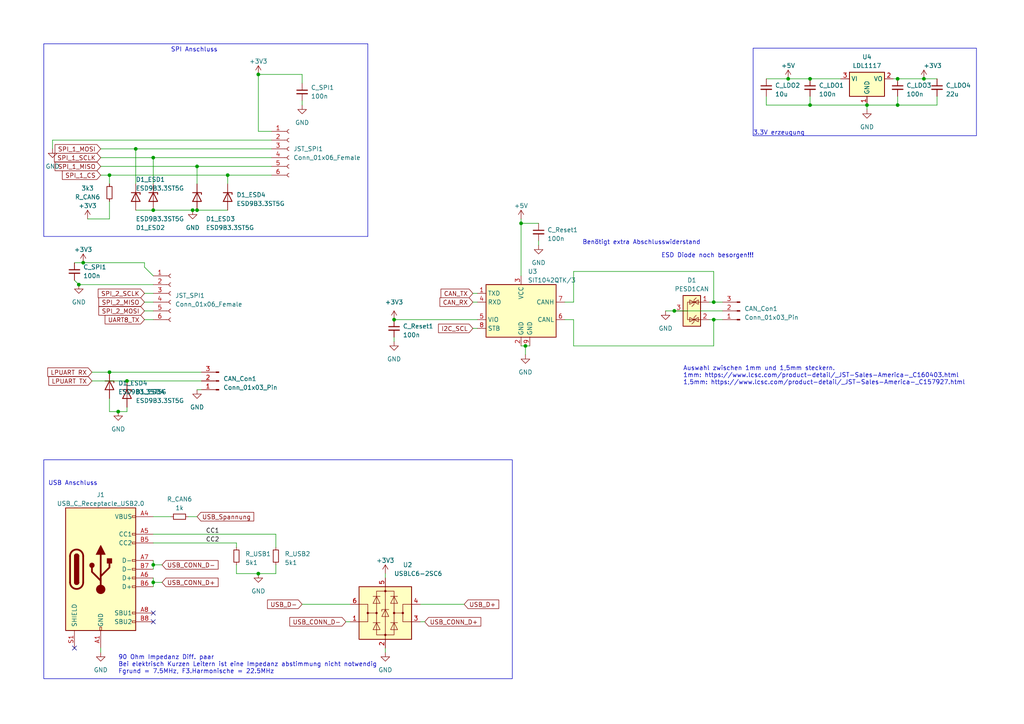
<source format=kicad_sch>
(kicad_sch (version 20230121) (generator eeschema)
  (paper "A4")
  (lib_symbols
    (symbol "Connector:Conn_01x03_Pin" (pin_names (offset 1.016) hide)
      (property "Reference" "J" (at 0 5.08 0))
      (property "Value" "Conn_01x03_Pin" (at 0 -5.08 0))
      (symbol "Conn_01x03_Pin_1_1"
        (polyline (pts (xy 1.27 -2.54) (xy 0.8636 -2.54)) (stroke (width 0.1524)))
        (polyline (pts (xy 1.27 0) (xy 0.8636 0)) (stroke (width 0.1524)))
        (polyline (pts (xy 1.27 2.54) (xy 0.8636 2.54)) (stroke (width 0.1524)))
        (rectangle (start 0.8636 -2.413) (end 0 -2.667) (stroke (width 0.1524)) (fill (type outline)))
        (rectangle (start 0.8636 0.127) (end 0 -0.127) (stroke (width 0.1524)) (fill (type outline)))
        (rectangle (start 0.8636 2.667) (end 0 2.413) (stroke (width 0.1524)) (fill (type outline)))
        (pin passive line (at 5.08 2.54 180) (length 3.81) (name "Pin_1") (number "1"))
        (pin passive line (at 5.08 0 180) (length 3.81) (name "Pin_2") (number "2"))
        (pin passive line (at 5.08 -2.54 180) (length 3.81) (name "Pin_3") (number "3"))
      )
    )
    (symbol "Connector:Conn_01x06_Female" (pin_names (offset 1.016) hide)
      (property "Reference" "J" (at 0 7.62 0))
      (property "Value" "Conn_01x06_Female" (at 0 -10.16 0))
      (symbol "Conn_01x06_Female_1_1"
        (arc (start 0 -7.112) (mid -0.5058 -7.62) (end 0 -8.128) (stroke (width 0.1524)))
        (arc (start 0 -4.572) (mid -0.5058 -5.08) (end 0 -5.588) (stroke (width 0.1524)))
        (arc (start 0 -2.032) (mid -0.5058 -2.54) (end 0 -3.048) (stroke (width 0.1524)))
        (polyline (pts (xy -1.27 -7.62) (xy -0.508 -7.62)) (stroke (width 0.1524)))
        (polyline (pts (xy -1.27 -5.08) (xy -0.508 -5.08)) (stroke (width 0.1524)))
        (polyline (pts (xy -1.27 -2.54) (xy -0.508 -2.54)) (stroke (width 0.1524)))
        (polyline (pts (xy -1.27 0) (xy -0.508 0)) (stroke (width 0.1524)))
        (polyline (pts (xy -1.27 2.54) (xy -0.508 2.54)) (stroke (width 0.1524)))
        (polyline (pts (xy -1.27 5.08) (xy -0.508 5.08)) (stroke (width 0.1524)))
        (arc (start 0 0.508) (mid -0.5058 0) (end 0 -0.508) (stroke (width 0.1524)))
        (arc (start 0 3.048) (mid -0.5058 2.54) (end 0 2.032) (stroke (width 0.1524)))
        (arc (start 0 5.588) (mid -0.5058 5.08) (end 0 4.572) (stroke (width 0.1524)))
        (pin passive line (at -5.08 5.08 0) (length 3.81) (name "Pin_1") (number "1"))
        (pin passive line (at -5.08 2.54 0) (length 3.81) (name "Pin_2") (number "2"))
        (pin passive line (at -5.08 0 0) (length 3.81) (name "Pin_3") (number "3"))
        (pin passive line (at -5.08 -2.54 0) (length 3.81) (name "Pin_4") (number "4"))
        (pin passive line (at -5.08 -5.08 0) (length 3.81) (name "Pin_5") (number "5"))
        (pin passive line (at -5.08 -7.62 0) (length 3.81) (name "Pin_6") (number "6"))
      )
    )
    (symbol "Connector:USB_C_Receptacle_USB2.0" (pin_names (offset 1.016))
      (property "Reference" "J" (at -10.16 19.05 0))
      (property "Value" "USB_C_Receptacle_USB2.0" (at 19.05 19.05 0))
      (symbol "USB_C_Receptacle_USB2.0_0_0"
        (rectangle (start -0.254 -17.78) (end 0.254 -16.764))
        (rectangle (start 10.16 -14.986) (end 9.144 -15.494))
        (rectangle (start 10.16 -12.446) (end 9.144 -12.954))
        (rectangle (start 10.16 -4.826) (end 9.144 -5.334))
        (rectangle (start 10.16 -2.286) (end 9.144 -2.794))
        (rectangle (start 10.16 0.254) (end 9.144 -0.254))
        (rectangle (start 10.16 2.794) (end 9.144 2.286))
        (rectangle (start 10.16 7.874) (end 9.144 7.366))
        (rectangle (start 10.16 10.414) (end 9.144 9.906))
        (rectangle (start 10.16 15.494) (end 9.144 14.986))
      )
      (symbol "USB_C_Receptacle_USB2.0_0_1"
        (rectangle (start -10.16 17.78) (end 10.16 -17.78) (stroke (width 0.254)) (fill (type background)))
        (arc (start -8.89 -3.81) (mid -6.985 -5.7067) (end -5.08 -3.81) (stroke (width 0.508)))
        (arc (start -7.62 -3.81) (mid -6.985 -4.4423) (end -6.35 -3.81) (stroke (width 0.254)))
        (arc (start -7.62 -3.81) (mid -6.985 -4.4423) (end -6.35 -3.81) (stroke (width 0.254)) (fill (type outline)))
        (rectangle (start -7.62 -3.81) (end -6.35 3.81) (stroke (width 0.254)) (fill (type outline)))
        (arc (start -6.35 3.81) (mid -6.985 4.4423) (end -7.62 3.81) (stroke (width 0.254)))
        (arc (start -6.35 3.81) (mid -6.985 4.4423) (end -7.62 3.81) (stroke (width 0.254)) (fill (type outline)))
        (arc (start -5.08 3.81) (mid -6.985 5.7067) (end -8.89 3.81) (stroke (width 0.508)))
        (circle (center -2.54 1.143) (radius 0.635) (stroke (width 0.254)) (fill (type outline)))
        (circle (center 0 -5.842) (radius 1.27) (fill (type outline)))
        (polyline (pts (xy -8.89 -3.81) (xy -8.89 3.81)) (stroke (width 0.508)))
        (polyline (pts (xy -5.08 3.81) (xy -5.08 -3.81)) (stroke (width 0.508)))
        (polyline (pts (xy 0 -5.842) (xy 0 4.318)) (stroke (width 0.508)))
        (polyline (pts (xy 0 -3.302) (xy -2.54 -0.762) (xy -2.54 0.508)) (stroke (width 0.508)))
        (polyline (pts (xy 0 -2.032) (xy 2.54 0.508) (xy 2.54 1.778)) (stroke (width 0.508)))
        (polyline (pts (xy -1.27 4.318) (xy 0 6.858) (xy 1.27 4.318) (xy -1.27 4.318)) (stroke (width 0.254)) (fill (type outline)))
        (rectangle (start 1.905 1.778) (end 3.175 3.048) (stroke (width 0.254)) (fill (type outline)))
      )
      (symbol "USB_C_Receptacle_USB2.0_1_1"
        (pin passive line (at 0 -22.86 90) (length 5.08) (name "GND") (number "A1"))
        (pin passive line (at 0 -22.86 90) (length 5.08) hide (name "GND") (number "A12"))
        (pin passive line (at 15.24 15.24 180) (length 5.08) (name "VBUS") (number "A4"))
        (pin bidirectional line (at 15.24 10.16 180) (length 5.08) (name "CC1") (number "A5"))
        (pin bidirectional line (at 15.24 -2.54 180) (length 5.08) (name "D+") (number "A6"))
        (pin bidirectional line (at 15.24 2.54 180) (length 5.08) (name "D-") (number "A7"))
        (pin bidirectional line (at 15.24 -12.7 180) (length 5.08) (name "SBU1") (number "A8"))
        (pin passive line (at 15.24 15.24 180) (length 5.08) hide (name "VBUS") (number "A9"))
        (pin passive line (at 0 -22.86 90) (length 5.08) hide (name "GND") (number "B1"))
        (pin passive line (at 0 -22.86 90) (length 5.08) hide (name "GND") (number "B12"))
        (pin passive line (at 15.24 15.24 180) (length 5.08) hide (name "VBUS") (number "B4"))
        (pin bidirectional line (at 15.24 7.62 180) (length 5.08) (name "CC2") (number "B5"))
        (pin bidirectional line (at 15.24 -5.08 180) (length 5.08) (name "D+") (number "B6"))
        (pin bidirectional line (at 15.24 0 180) (length 5.08) (name "D-") (number "B7"))
        (pin bidirectional line (at 15.24 -15.24 180) (length 5.08) (name "SBU2") (number "B8"))
        (pin passive line (at 15.24 15.24 180) (length 5.08) hide (name "VBUS") (number "B9"))
        (pin passive line (at -7.62 -22.86 90) (length 5.08) (name "SHIELD") (number "S1"))
      )
    )
    (symbol "Device:C_Small" (pin_numbers hide) (pin_names (offset 0.254) hide)
      (property "Reference" "C" (at 0.254 1.778 0))
      (property "Value" "C_Small" (at 0.254 -2.032 0))
      (symbol "C_Small_0_1"
        (polyline (pts (xy -1.524 -0.508) (xy 1.524 -0.508)) (stroke (width 0.3302)))
        (polyline (pts (xy -1.524 0.508) (xy 1.524 0.508)) (stroke (width 0.3048)))
      )
      (symbol "C_Small_1_1"
        (pin passive line (at 0 2.54 270) (length 2.032) (name "~") (number "1"))
        (pin passive line (at 0 -2.54 90) (length 2.032) (name "~") (number "2"))
      )
    )
    (symbol "Device:D_Zener" (pin_numbers hide) (pin_names (offset 1.016) hide)
      (property "Reference" "D" (at 0 2.54 0))
      (property "Value" "D_Zener" (at 0 -2.54 0))
      (symbol "D_Zener_0_1"
        (polyline (pts (xy 1.27 0) (xy -1.27 0)))
        (polyline (pts (xy -1.27 -1.27) (xy -1.27 1.27) (xy -0.762 1.27)) (stroke (width 0.254)))
        (polyline (pts (xy 1.27 -1.27) (xy 1.27 1.27) (xy -1.27 0) (xy 1.27 -1.27)) (stroke (width 0.254)))
      )
      (symbol "D_Zener_1_1"
        (pin passive line (at -3.81 0 0) (length 2.54) (name "K") (number "1"))
        (pin passive line (at 3.81 0 180) (length 2.54) (name "A") (number "2"))
      )
    )
    (symbol "Device:R_Small" (pin_numbers hide) (pin_names (offset 0.254) hide)
      (property "Reference" "R" (at 0.762 0.508 0))
      (property "Value" "R_Small" (at 0.762 -1.016 0))
      (symbol "R_Small_0_1"
        (rectangle (start -0.762 1.778) (end 0.762 -1.778) (stroke (width 0.2032)))
      )
      (symbol "R_Small_1_1"
        (pin passive line (at 0 2.54 270) (length 0.762) (name "~") (number "1"))
        (pin passive line (at 0 -2.54 90) (length 0.762) (name "~") (number "2"))
      )
    )
    (symbol "Interface_CAN_LIN:TJA1042TK-3"
      (property "Reference" "U" (at -10.16 8.89 0))
      (property "Value" "TJA1042TK-3" (at 1.27 8.89 0))
      (symbol "TJA1042TK-3_0_1"
        (rectangle (start -10.16 7.62) (end 10.16 -7.62) (stroke (width 0.254)) (fill (type background)))
      )
      (symbol "TJA1042TK-3_1_1"
        (pin input line (at -12.7 5.08 0) (length 2.54) (name "TXD") (number "1"))
        (pin power_in line (at 0 -10.16 90) (length 2.54) (name "GND") (number "2"))
        (pin power_in line (at 0 10.16 270) (length 2.54) (name "VCC") (number "3"))
        (pin output line (at -12.7 2.54 0) (length 2.54) (name "RXD") (number "4"))
        (pin power_in line (at -12.7 -2.54 0) (length 2.54) (name "VIO") (number "5"))
        (pin bidirectional line (at 12.7 -2.54 180) (length 2.54) (name "CANL") (number "6"))
        (pin bidirectional line (at 12.7 2.54 180) (length 2.54) (name "CANH") (number "7"))
        (pin input line (at -12.7 -5.08 0) (length 2.54) (name "STB") (number "8"))
        (pin power_in line (at 2.54 -10.16 90) (length 2.54) (name "GND") (number "9"))
      )
    )
    (symbol "Power_Protection:NUP2105L" (pin_names hide)
      (property "Reference" "D" (at 5.715 2.54 0))
      (property "Value" "NUP2105L" (at 5.715 0.635 0))
      (symbol "NUP2105L_0_0"
        (pin passive line (at 0 -5.08 90) (length 2.54) (name "A") (number "3"))
      )
      (symbol "NUP2105L_0_1"
        (rectangle (start -4.445 2.54) (end 4.445 -2.54) (stroke (width 0.254)) (fill (type background)))
        (polyline (pts (xy -2.54 2.54) (xy -2.54 0.635)))
        (polyline (pts (xy 0 -1.27) (xy 0 -2.54)))
        (polyline (pts (xy 2.54 2.54) (xy 2.54 0.635)))
        (polyline (pts (xy -3.81 1.27) (xy -3.175 0.635) (xy -1.905 0.635) (xy -1.27 0)))
        (polyline (pts (xy -2.54 0.635) (xy -2.54 -1.27) (xy 2.54 -1.27) (xy 2.54 0.635)))
        (polyline (pts (xy -2.54 0.635) (xy -1.905 -0.635) (xy -3.175 -0.635) (xy -2.54 0.635)))
        (polyline (pts (xy 2.54 0.635) (xy 1.905 -0.635) (xy 3.175 -0.635) (xy 2.54 0.635)))
        (polyline (pts (xy 2.54 0.635) (xy 3.175 1.905) (xy 1.905 1.905) (xy 2.54 0.635)))
        (polyline (pts (xy -2.54 0.635) (xy -3.175 1.905) (xy -1.905 1.905) (xy -2.54 0.635) (xy -2.54 1.27)))
        (polyline (pts (xy 1.27 1.27) (xy 1.905 0.635) (xy 2.54 0.635) (xy 3.175 0.635) (xy 3.81 0)))
      )
      (symbol "NUP2105L_1_1"
        (pin passive line (at -2.54 5.08 270) (length 2.54) (name "K") (number "1"))
        (pin passive line (at 2.54 5.08 270) (length 2.54) (name "K") (number "2"))
      )
    )
    (symbol "Power_Protection:USBLC6-2SC6" (pin_names hide)
      (property "Reference" "U" (at 2.54 8.89 0))
      (property "Value" "USBLC6-2SC6" (at 2.54 -8.89 0))
      (symbol "USBLC6-2SC6_0_1"
        (rectangle (start -7.62 -7.62) (end 7.62 7.62) (stroke (width 0.254)) (fill (type background)))
        (circle (center -5.08 0) (radius 0.254) (fill (type outline)))
        (circle (center -2.54 0) (radius 0.254) (fill (type outline)))
        (rectangle (start -2.54 6.35) (end 2.54 -6.35))
        (circle (center 0 -6.35) (radius 0.254) (fill (type outline)))
        (polyline (pts (xy -5.08 -2.54) (xy -7.62 -2.54)))
        (polyline (pts (xy -5.08 0) (xy -5.08 -2.54)))
        (polyline (pts (xy -5.08 2.54) (xy -7.62 2.54)))
        (polyline (pts (xy -1.524 -2.794) (xy -3.556 -2.794)))
        (polyline (pts (xy -1.524 4.826) (xy -3.556 4.826)))
        (polyline (pts (xy 0 -7.62) (xy 0 -6.35)))
        (polyline (pts (xy 0 -6.35) (xy 0 1.27)))
        (polyline (pts (xy 0 1.27) (xy 0 6.35)))
        (polyline (pts (xy 0 6.35) (xy 0 7.62)))
        (polyline (pts (xy 1.524 -2.794) (xy 3.556 -2.794)))
        (polyline (pts (xy 1.524 4.826) (xy 3.556 4.826)))
        (polyline (pts (xy 5.08 -2.54) (xy 7.62 -2.54)))
        (polyline (pts (xy 5.08 0) (xy 5.08 -2.54)))
        (polyline (pts (xy 5.08 2.54) (xy 7.62 2.54)))
        (polyline (pts (xy -2.54 0) (xy -5.08 0) (xy -5.08 2.54)))
        (polyline (pts (xy 2.54 0) (xy 5.08 0) (xy 5.08 2.54)))
        (polyline (pts (xy -3.556 -4.826) (xy -1.524 -4.826) (xy -2.54 -2.794) (xy -3.556 -4.826)))
        (polyline (pts (xy -3.556 2.794) (xy -1.524 2.794) (xy -2.54 4.826) (xy -3.556 2.794)))
        (polyline (pts (xy -1.016 -1.016) (xy 1.016 -1.016) (xy 0 1.016) (xy -1.016 -1.016)))
        (polyline (pts (xy 1.016 1.016) (xy 0.762 1.016) (xy -1.016 1.016) (xy -1.016 0.508)))
        (polyline (pts (xy 3.556 -4.826) (xy 1.524 -4.826) (xy 2.54 -2.794) (xy 3.556 -4.826)))
        (polyline (pts (xy 3.556 2.794) (xy 1.524 2.794) (xy 2.54 4.826) (xy 3.556 2.794)))
        (circle (center 0 6.35) (radius 0.254) (fill (type outline)))
        (circle (center 2.54 0) (radius 0.254) (fill (type outline)))
        (circle (center 5.08 0) (radius 0.254) (fill (type outline)))
      )
      (symbol "USBLC6-2SC6_1_1"
        (pin passive line (at -10.16 -2.54 0) (length 2.54) (name "I/O1") (number "1"))
        (pin passive line (at 0 -10.16 90) (length 2.54) (name "GND") (number "2"))
        (pin passive line (at 10.16 -2.54 180) (length 2.54) (name "I/O2") (number "3"))
        (pin passive line (at 10.16 2.54 180) (length 2.54) (name "I/O2") (number "4"))
        (pin passive line (at 0 10.16 270) (length 2.54) (name "VBUS") (number "5"))
        (pin passive line (at -10.16 2.54 0) (length 2.54) (name "I/O1") (number "6"))
      )
    )
    (symbol "Regulator_Linear:AMS1117-3.3"
      (property "Reference" "U" (at -3.81 3.175 0))
      (property "Value" "AMS1117-3.3" (at 0 3.175 0))
      (symbol "AMS1117-3.3_0_1"
        (rectangle (start -5.08 -5.08) (end 5.08 1.905) (stroke (width 0.254)) (fill (type background)))
      )
      (symbol "AMS1117-3.3_1_1"
        (pin power_in line (at 0 -7.62 90) (length 2.54) (name "GND") (number "1"))
        (pin power_out line (at 7.62 0 180) (length 2.54) (name "VO") (number "2"))
        (pin power_in line (at -7.62 0 0) (length 2.54) (name "VI") (number "3"))
      )
    )
    (symbol "power:+3.3V" (power) (pin_names (offset 0))
      (property "Value" "+3.3V" (at 0 3.556 0))
      (symbol "+3.3V_0_1"
        (polyline (pts (xy -0.762 1.27) (xy 0 2.54)))
        (polyline (pts (xy 0 0) (xy 0 2.54)))
        (polyline (pts (xy 0 2.54) (xy 0.762 1.27)))
      )
      (symbol "+3.3V_1_1"
        (pin power_in line (at 0 0 90) (length 0) hide (name "+3V3") (number "1"))
      )
    )
    (symbol "power:+5V" (power) (pin_names (offset 0))
      (property "Value" "+5V" (at 0 3.556 0))
      (symbol "+5V_0_1"
        (polyline (pts (xy -0.762 1.27) (xy 0 2.54)))
        (polyline (pts (xy 0 0) (xy 0 2.54)))
        (polyline (pts (xy 0 2.54) (xy 0.762 1.27)))
      )
      (symbol "+5V_1_1"
        (pin power_in line (at 0 0 90) (length 0) hide (name "+5V") (number "1"))
      )
    )
    (symbol "power:GND" (power) (pin_names (offset 0))
      (property "Value" "GND" (at 0 -3.81 0))
      (symbol "GND_0_1"
        (polyline (pts (xy 0 0) (xy 0 -1.27) (xy 1.27 -1.27) (xy 0 -2.54) (xy -1.27 -1.27) (xy 0 -1.27)))
      )
      (symbol "GND_1_1"
        (pin power_in line (at 0 0 270) (length 0) hide (name "GND") (number "1"))
      )
    )
  )
  (junction (at 66.04 50.8))
  (junction (at 44.45 163.83))
  (junction (at 251.46 30.48))
  (junction (at 31.75 50.8))
  (junction (at 114.3 92.71))
  (junction (at 55.88 60.96))
  (junction (at 195.58 90.17))
  (junction (at 57.15 48.26))
  (junction (at 22.86 82.55))
  (junction (at 234.95 30.48))
  (junction (at 151.13 64.77))
  (junction (at 74.93 166.37))
  (junction (at 152.4 100.33))
  (junction (at 260.35 22.86))
  (junction (at 34.29 119.38))
  (junction (at 260.35 30.48))
  (junction (at 36.83 110.49))
  (junction (at 234.95 22.86))
  (junction (at 44.45 60.96))
  (junction (at 39.37 43.18))
  (junction (at 44.45 168.91))
  (junction (at 24.13 76.2))
  (junction (at 267.97 22.86))
  (junction (at 207.01 92.71))
  (junction (at 228.6 22.86))
  (junction (at 207.01 87.63))
  (junction (at 74.93 21.59))
  (junction (at 31.75 107.95))
  (junction (at 44.45 45.72))
  (junction (at 57.15 60.96))
  (no_connect (at 44.45 177.8))
  (no_connect (at 44.45 180.34))
  (no_connect (at 21.59 187.96))
  (wire (pts (xy 207.01 92.71) (xy 207.01 100.33)))
  (wire (pts (xy 29.21 187.96) (xy 29.21 189.23)))
  (wire (pts (xy 80.01 163.83) (xy 80.01 166.37)))
  (wire (pts (xy 44.45 167.64) (xy 44.45 168.91)))
  (wire (pts (xy 222.25 30.48) (xy 234.95 30.48)))
  (wire (pts (xy 68.58 157.48) (xy 68.58 158.75)))
  (wire (pts (xy 100.33 180.34) (xy 101.6 180.34)))
  (wire (pts (xy 44.45 45.72) (xy 44.45 53.34)))
  (wire (pts (xy 152.4 102.87) (xy 152.4 100.33)))
  (wire (pts (xy 44.45 163.83) (xy 46.99 163.83)))
  (wire (pts (xy 137.16 85.09) (xy 138.43 85.09)))
  (wire (pts (xy 195.58 90.17) (xy 209.55 90.17)))
  (wire (pts (xy 44.45 82.55) (xy 22.86 82.55)))
  (wire (pts (xy 41.91 77.47) (xy 44.45 80.01)))
  (wire (pts (xy 87.63 30.48) (xy 87.63 29.21)))
  (wire (pts (xy 166.37 78.74) (xy 207.01 78.74)))
  (wire (pts (xy 29.21 43.18) (xy 39.37 43.18)))
  (wire (pts (xy 31.75 115.57) (xy 31.75 119.38)))
  (wire (pts (xy 234.95 30.48) (xy 251.46 30.48)))
  (wire (pts (xy 68.58 163.83) (xy 68.58 166.37)))
  (wire (pts (xy 260.35 27.94) (xy 260.35 30.48)))
  (wire (pts (xy 156.21 69.85) (xy 156.21 71.12)))
  (wire (pts (xy 31.75 119.38) (xy 34.29 119.38)))
  (wire (pts (xy 111.76 166.37) (xy 111.76 167.64)))
  (wire (pts (xy 151.13 64.77) (xy 151.13 80.01)))
  (wire (pts (xy 207.01 87.63) (xy 207.01 78.74)))
  (wire (pts (xy 36.83 118.11) (xy 36.83 119.38)))
  (wire (pts (xy 31.75 50.8) (xy 31.75 53.34)))
  (wire (pts (xy 87.63 21.59) (xy 87.63 24.13)))
  (wire (pts (xy 205.74 87.63) (xy 207.01 87.63)))
  (wire (pts (xy 57.15 60.96) (xy 66.04 60.96)))
  (wire (pts (xy 151.13 63.5) (xy 151.13 64.77)))
  (wire (pts (xy 207.01 87.63) (xy 209.55 87.63)))
  (wire (pts (xy 57.15 48.26) (xy 57.15 53.34)))
  (wire (pts (xy 31.75 58.42) (xy 31.75 63.5)))
  (wire (pts (xy 207.01 92.71) (xy 209.55 92.71)))
  (wire (pts (xy 31.75 107.95) (xy 58.42 107.95)))
  (polyline (pts (xy 12.7 68.58) (xy 106.68 68.58)))
  (wire (pts (xy 54.61 149.86) (xy 57.15 149.86)))
  (wire (pts (xy 114.3 92.71) (xy 138.43 92.71)))
  (wire (pts (xy 31.75 50.8) (xy 66.04 50.8)))
  (wire (pts (xy 44.45 157.48) (xy 68.58 157.48)))
  (wire (pts (xy 74.93 21.59) (xy 87.63 21.59)))
  (wire (pts (xy 41.91 92.71) (xy 44.45 92.71)))
  (wire (pts (xy 152.4 100.33) (xy 153.67 100.33)))
  (wire (pts (xy 44.45 60.96) (xy 55.88 60.96)))
  (wire (pts (xy 41.91 90.17) (xy 44.45 90.17)))
  (wire (pts (xy 267.97 22.86) (xy 271.78 22.86)))
  (wire (pts (xy 137.16 95.25) (xy 138.43 95.25)))
  (wire (pts (xy 205.74 92.71) (xy 207.01 92.71)))
  (wire (pts (xy 152.4 100.33) (xy 151.13 100.33)))
  (wire (pts (xy 137.16 87.63) (xy 138.43 87.63)))
  (wire (pts (xy 66.04 50.8) (xy 66.04 53.34)))
  (wire (pts (xy 41.91 87.63) (xy 44.45 87.63)))
  (wire (pts (xy 166.37 100.33) (xy 207.01 100.33)))
  (wire (pts (xy 24.13 76.2) (xy 41.91 76.2)))
  (wire (pts (xy 80.01 154.94) (xy 80.01 158.75)))
  (wire (pts (xy 41.91 85.09) (xy 44.45 85.09)))
  (wire (pts (xy 29.21 45.72) (xy 44.45 45.72)))
  (wire (pts (xy 22.86 82.55) (xy 21.59 81.28)))
  (wire (pts (xy 234.95 22.86) (xy 243.84 22.86)))
  (wire (pts (xy 55.88 60.96) (xy 57.15 60.96)))
  (wire (pts (xy 114.3 97.79) (xy 114.3 99.06)))
  (wire (pts (xy 21.59 76.2) (xy 24.13 76.2)))
  (wire (pts (xy 41.91 76.2) (xy 41.91 77.47)))
  (wire (pts (xy 44.45 168.91) (xy 46.99 168.91)))
  (wire (pts (xy 166.37 100.33) (xy 166.37 92.71)))
  (wire (pts (xy 39.37 43.18) (xy 39.37 53.34)))
  (wire (pts (xy 44.45 168.91) (xy 44.45 170.18)))
  (wire (pts (xy 74.93 38.1) (xy 74.93 21.59)))
  (wire (pts (xy 166.37 78.74) (xy 166.37 87.63)))
  (wire (pts (xy 57.15 113.03) (xy 58.42 113.03)))
  (wire (pts (xy 26.67 110.49) (xy 36.83 110.49)))
  (wire (pts (xy 29.21 50.8) (xy 31.75 50.8)))
  (wire (pts (xy 260.35 22.86) (xy 267.97 22.86)))
  (wire (pts (xy 44.45 163.83) (xy 44.45 165.1)))
  (wire (pts (xy 66.04 50.8) (xy 78.74 50.8)))
  (wire (pts (xy 26.67 107.95) (xy 31.75 107.95)))
  (wire (pts (xy 151.13 64.77) (xy 156.21 64.77)))
  (wire (pts (xy 68.58 166.37) (xy 74.93 166.37)))
  (wire (pts (xy 121.92 175.26) (xy 134.62 175.26)))
  (wire (pts (xy 15.24 40.64) (xy 15.24 43.18)))
  (wire (pts (xy 271.78 27.94) (xy 271.78 30.48)))
  (wire (pts (xy 15.24 40.64) (xy 78.74 40.64)))
  (polyline (pts (xy 106.68 12.7) (xy 106.68 68.58)))
  (wire (pts (xy 80.01 166.37) (xy 74.93 166.37)))
  (wire (pts (xy 78.74 38.1) (xy 74.93 38.1)))
  (polyline (pts (xy 106.68 12.7) (xy 12.7 12.7)))
  (wire (pts (xy 222.25 22.86) (xy 228.6 22.86)))
  (wire (pts (xy 39.37 60.96) (xy 44.45 60.96)))
  (wire (pts (xy 44.45 162.56) (xy 44.45 163.83)))
  (wire (pts (xy 163.83 92.71) (xy 166.37 92.71)))
  (wire (pts (xy 271.78 30.48) (xy 260.35 30.48)))
  (wire (pts (xy 29.21 48.26) (xy 57.15 48.26)))
  (wire (pts (xy 222.25 27.94) (xy 222.25 30.48)))
  (wire (pts (xy 44.45 154.94) (xy 80.01 154.94)))
  (wire (pts (xy 111.76 187.96) (xy 111.76 189.23)))
  (wire (pts (xy 44.45 149.86) (xy 49.53 149.86)))
  (wire (pts (xy 25.4 63.5) (xy 31.75 63.5)))
  (wire (pts (xy 234.95 27.94) (xy 234.95 30.48)))
  (wire (pts (xy 44.45 45.72) (xy 78.74 45.72)))
  (wire (pts (xy 121.92 180.34) (xy 123.19 180.34)))
  (wire (pts (xy 57.15 48.26) (xy 78.74 48.26)))
  (wire (pts (xy 87.63 175.26) (xy 101.6 175.26)))
  (polyline (pts (xy 12.7 12.7) (xy 12.7 68.58)))
  (wire (pts (xy 39.37 43.18) (xy 78.74 43.18)))
  (wire (pts (xy 259.08 22.86) (xy 260.35 22.86)))
  (wire (pts (xy 34.29 119.38) (xy 36.83 119.38)))
  (wire (pts (xy 163.83 87.63) (xy 166.37 87.63)))
  (wire (pts (xy 36.83 110.49) (xy 58.42 110.49)))
  (wire (pts (xy 228.6 22.86) (xy 234.95 22.86)))
  (wire (pts (xy 251.46 30.48) (xy 260.35 30.48)))
  (wire (pts (xy 251.46 30.48) (xy 251.46 31.75)))
  (wire (pts (xy 193.04 90.17) (xy 195.58 90.17)))
  (rectangle (start 12.7 133.35) (end 148.59 196.85))
  (rectangle (start 218.44 13.97) (end 283.21 39.37))
  (text "SPI Anschluss\n" (at 49.53 15.24 0) (effects (font (size 1.27 1.27)) (justify left bottom)))
  (text "Auswahl zwischen 1mm und 1,5mm steckern.\n1mm: https://www.lcsc.com/product-detail/_JST-Sales-America-_C160403.html\n1,5mm: https://www.lcsc.com/product-detail/_JST-Sales-America-_C157927.html" (at 198.12 111.76 0) (effects (font (size 1.27 1.27)) (justify left bottom)))
  (text "90 Ohm Impedanz Diff. paar\nBei elektrisch Kurzen Leitern ist eine Impedanz abstimmung nicht notwendig\nFgrund = 7.5MHz, F3.Harmonische = 22.5MHz" (at 34.29 195.58 0) (effects (font (size 1.27 1.27)) (justify left bottom)))
  (text "USB Anschluss" (at 13.97 140.97 0) (effects (font (size 1.27 1.27)) (justify left bottom)))
  (text "Benötigt extra Abschlusswiderstand" (at 168.91 71.12 0) (effects (font (size 1.27 1.27)) (justify left bottom)))
  (text "3.3V erzeugung" (at 218.44 39.37 0) (effects (font (size 1.27 1.27)) (justify left bottom)))
  (text "ESD Diode noch besorgen!!!" (at 191.77 74.93 0) (effects (font (size 1.27 1.27)) (justify left bottom)))
  (label "CC1" (at 59.69 154.94 0))
  (label "CC2" (at 59.69 157.48 0))
  (global_label "UART8_TX" (shape input) (at 41.91 92.71 180) (property "Intersheetrefs" "${INTERSHEET_REFS}" (effects hide)))
  (global_label "USB_D+" (shape input) (at 134.62 175.26 0) (property "Intersheetrefs" "${INTERSHEET_REFS}" (effects hide)))
  (global_label "USB_CONN_D-" (shape input) (at 46.99 163.83 0) (property "Intersheetrefs" "${INTERSHEET_REFS}" (effects hide)))
  (global_label "I2C_SCL" (shape input) (at 137.16 95.25 180) (property "Intersheetrefs" "${INTERSHEET_REFS}" (effects hide)))
  (global_label "SPI_2_MISO" (shape input) (at 41.91 87.63 180) (property "Intersheetrefs" "${INTERSHEET_REFS}" (effects hide)))
  (global_label "SPI_2_SCLK" (shape input) (at 41.91 85.09 180) (property "Intersheetrefs" "${INTERSHEET_REFS}" (effects hide)))
  (global_label "USB_CONN_D+" (shape input) (at 123.19 180.34 0) (property "Intersheetrefs" "${INTERSHEET_REFS}" (effects hide)))
  (global_label "CAN_TX" (shape input) (at 137.16 85.09 180) (property "Intersheetrefs" "${INTERSHEET_REFS}" (effects hide)))
  (global_label "LPUART RX" (shape input) (at 26.67 107.95 180) (property "Intersheetrefs" "${INTERSHEET_REFS}" (effects hide)))
  (global_label "SPI_1_SCLK" (shape input) (at 29.21 45.72 180) (property "Intersheetrefs" "${INTERSHEET_REFS}" (effects hide)))
  (global_label "USB_CONN_D-" (shape input) (at 100.33 180.34 180) (property "Intersheetrefs" "${INTERSHEET_REFS}" (effects hide)))
  (global_label "SPI_2_MOSI" (shape input) (at 41.91 90.17 180) (property "Intersheetrefs" "${INTERSHEET_REFS}" (effects hide)))
  (global_label "LPUART TX" (shape input) (at 26.67 110.49 180) (property "Intersheetrefs" "${INTERSHEET_REFS}" (effects hide)))
  (global_label "SPI_1_MISO" (shape input) (at 29.21 48.26 180) (property "Intersheetrefs" "${INTERSHEET_REFS}" (effects hide)))
  (global_label "USB_CONN_D+" (shape input) (at 46.99 168.91 0) (property "Intersheetrefs" "${INTERSHEET_REFS}" (effects hide)))
  (global_label "USB_Spannung" (shape input) (at 57.15 149.86 0) (property "Intersheetrefs" "${INTERSHEET_REFS}" (effects hide)))
  (global_label "CAN_RX" (shape input) (at 137.16 87.63 180) (property "Intersheetrefs" "${INTERSHEET_REFS}" (effects hide)))
  (global_label "USB_D-" (shape input) (at 87.63 175.26 180) (property "Intersheetrefs" "${INTERSHEET_REFS}" (effects hide)))
  (global_label "SPI_1_CS" (shape input) (at 29.21 50.8 180) (property "Intersheetrefs" "${INTERSHEET_REFS}" (effects hide)))
  (global_label "SPI_1_MOSI" (shape input) (at 29.21 43.18 180) (property "Intersheetrefs" "${INTERSHEET_REFS}" (effects hide)))
  (symbol (lib_id "power:+3.3V") (at 267.97 22.86 0) (unit 1)
    (property "Reference" "#PWR040" (effects hide))
    (property "Value" "+3.3V" (at 270.51 19.05 0))
    (instances (project "USB_CAN" (path "" (reference "#PWR040") (unit 1))) (project "UNI_Projekt" (path "" (reference "#PWR024") (unit 1))) (project "Servo_Steuerung" (path "" (reference "#PWR028") (unit 1)) (path "" (reference "#PWR028") (unit 1))) (project "Leistungsteil" (path "" (reference "#PWR039") (unit 1))))
  )
  (symbol (lib_id "power:GND") (at 34.29 119.38 0) (unit 1)
    (property "Reference" "#PWR014" (effects hide))
    (property "Value" "GND" (at 34.29 124.46 0))
    (instances (project "USB_CAN" (path "" (reference "#PWR014") (unit 1)) (path "" (reference "#PWR014") (unit 1))) (project "UNI_Projekt" (path "" (reference "#PWR06") (unit 1))) (project "Servo_Steuerung" (path "" (reference "#PWR060") (unit 1)) (path "" (reference "#PWR03") (unit 1)) (path "" (reference "#PWR048") (unit 1))) (project "Leistungsteil" (path "" (reference "#PWR070") (unit 1))))
  )
  (symbol (lib_id "Device:D_Zener") (at 39.37 57.15 270) (unit 1)
    (property "Reference" "D1_ESD1" (at 39.37 52.07 90) (effects (justify left)))
    (property "Value" "ESD9B3.3ST5G" (at 39.37 54.61 90) (effects (justify left)))
    (property "Footprint" "Diode_SMD:D_SOD-923" (effects hide))
    (instances (project "USB_CAN" (path "" (reference "D1_ESD1") (unit 1)) (path "" (reference "D1_ESD1") (unit 1))) (project "UNI_Projekt" (path "" (reference "D1_ESD5") (unit 1))) (project "Servo_Steuerung" (path "" (reference "D1_ESD5") (unit 1))) (project "Servo_Controller_Rev1_2" (path "" (reference "D4_ESD1") (unit 1))) (project "Leistungsteil" (path "" (reference "D1_ESD1") (unit 1))))
  )
  (symbol (lib_id "power:GND") (at 193.04 90.17 0) (unit 1)
    (property "Reference" "#PWR06" (effects hide))
    (property "Value" "GND" (at 193.04 95.25 0))
    (instances (project "USB_CAN" (path "" (reference "#PWR06") (unit 1)) (path "" (reference "#PWR027") (unit 1))) (project "UNI_Projekt" (path "" (reference "#PWR026") (unit 1))) (project "CAN" (path "" (reference "#PWR06") (unit 1))) (project "Servo_Steuerung" (path "" (reference "#PWR060") (unit 1)) (path "" (reference "#PWR030") (unit 1))) (project "Leistungsteil" (path "" (reference "#PWR067") (unit 1))))
  )
  (symbol (lib_id "Device:R_Small") (at 80.01 161.29 0) (unit 1)
    (property "Reference" "R_USB2" (at 82.55 160.655 0) (effects (justify left)))
    (property "Value" "5k1" (at 82.55 163.195 0) (effects (justify left)))
    (property "Footprint" "Resistor_SMD:R_0201_0603Metric" (effects hide))
    (instances (project "USB_CAN" (path "" (reference "R_USB2") (unit 1))) (project "Sens_Komm" (path "" (reference "R_CAN2") (unit 1))) (project "UNI_Projekt" (path "" (reference "R_CAN2") (unit 1))) (project "MCU Geregelter Tiefsetzsteller" (path "" (reference "R_CC2") (unit 1))) (project "Connector" (path "" (reference "R_CAN2") (unit 1))) (project "Leistungsteil" (path "" (reference "R_USB2") (unit 1))))
  )
  (symbol (lib_id "power:GND") (at 74.93 166.37 0) (unit 1)
    (property "Reference" "#PWR010" (effects hide))
    (property "Value" "GND" (at 74.93 171.45 0))
    (instances (project "USB_CAN" (path "" (reference "#PWR010") (unit 1))) (project "UNI_Projekt" (path "" (reference "#PWR057") (unit 1))) (project "Sensoren_Kommunikation" (path "" (reference "#PWR060") (unit 1))) (project "MCU Geregelter Tiefsetzsteller" (path "" (reference "#PWR087") (unit 1))) (project "Connector" (path "" (reference "#PWR060") (unit 1))) (project "Servo_Steuerung" (path "" (reference "#PWR060") (unit 1)) (path "" (reference "#PWR03") (unit 1)) (path "" (reference "#PWR031") (unit 1))) (project "Leistungsteil" (path "" (reference "#PWR042") (unit 1))))
  )
  (symbol (lib_id "Regulator_Linear:AMS1117-3.3") (at 251.46 22.86 0) (unit 1)
    (property "Reference" "U4" (at 251.46 16.51 0))
    (property "Value" "LDL1117" (at 251.46 19.05 0))
    (property "Footprint" "Package_TO_SOT_SMD:SOT-223-3_TabPin2" (effects hide))
    (property "Datasheet" "https://www.lcsc.com/product-detail/_STMicroelectronics-_C435835.html" (effects hide))
    (instances (project "USB_CAN" (path "" (reference "U4") (unit 1))) (project "Leistungsteil" (path "" (reference "U1") (unit 1))))
  )
  (symbol (lib_id "power:GND") (at 114.3 99.06 0) (unit 1)
    (property "Reference" "#PWR06" (effects hide))
    (property "Value" "GND" (at 114.3 104.14 0))
    (instances (project "USB_CAN" (path "" (reference "#PWR06") (unit 1)) (path "" (reference "#PWR021") (unit 1))) (project "UNI_Projekt" (path "" (reference "#PWR026") (unit 1))) (project "CAN" (path "" (reference "#PWR06") (unit 1))) (project "Servo_Steuerung" (path "" (reference "#PWR060") (unit 1)) (path "" (reference "#PWR030") (unit 1))) (project "Leistungsteil" (path "" (reference "#PWR051") (unit 1))))
  )
  (symbol (lib_id "Device:C_Small") (at 234.95 25.4 0) (unit 1)
    (property "Reference" "C_LDO1" (at 237.49 24.7713 0) (effects (justify left)))
    (property "Value" "100n" (at 237.49 27.3113 0) (effects (justify left)))
    (property "Footprint" "Capacitor_SMD:C_0402_1005Metric" (effects hide))
    (instances (project "USB_CAN" (path "" (reference "C_LDO1") (unit 1))) (project "UNI_Projekt" (path "" (reference "C_Reset1") (unit 1))) (project "Servo_Steuerung" (path "" (reference "C_Reset1") (unit 1)) (path "" (reference "C_Reset1") (unit 1))) (project "Leistungsteil" (path "" (reference "C_LDO4") (unit 1))))
  )
  (symbol (lib_id "power:+5V") (at 151.13 63.5 0) (unit 1)
    (property "Reference" "#PWR09" (effects hide))
    (property "Value" "+5V" (at 151.13 59.69 0))
    (instances (project "USB_CAN" (path "" (reference "#PWR09") (unit 1)) (path "" (reference "#PWR023") (unit 1))) (project "CAN" (path "" (reference "#PWR09") (unit 1))) (project "Leistungsteil" (path "" (reference "#PWR052") (unit 1))))
  )
  (symbol (lib_id "Device:C_Small") (at 21.59 78.74 0) (unit 1)
    (property "Reference" "C_SPI1" (at 24.13 77.47 0) (effects (justify left)))
    (property "Value" "100n" (at 24.13 80.0038 0) (effects (justify left)))
    (property "Footprint" "Capacitor_SMD:C_0402_1005Metric" (effects hide))
    (instances (project "USB_CAN" (path "" (reference "C_SPI1") (unit 1)) (path "" (reference "C_SPI1") (unit 1))) (project "UNI_Projekt" (path "" (reference "C_SPI1") (unit 1))) (project "Servo_Steuerung" (path "" (reference "C_SPI1") (unit 1)) (path "" (reference "C_SPI1") (unit 1)) (path "" (reference "C_SPI2") (unit 1))) (project "Leistungsteil" (path "" (reference "C_SPI2") (unit 1))))
  )
  (symbol (lib_id "power:+3.3V") (at 74.93 21.59 0) (unit 1)
    (property "Reference" "#PWR015" (effects hide))
    (property "Value" "+3.3V" (at 74.93 17.78 0))
    (instances (project "USB_CAN" (path "" (reference "#PWR015") (unit 1)) (path "" (reference "#PWR015") (unit 1))) (project "UNI_Projekt" (path "" (reference "#PWR07") (unit 1))) (project "Servo_Steuerung" (path "" (reference "#PWR023") (unit 1)) (path "" (reference "#PWR047") (unit 1)) (path "" (reference "#PWR078") (unit 1))) (project "Leistungsteil" (path "" (reference "#PWR048") (unit 1))))
  )
  (symbol (lib_id "power:+5V") (at 228.6 22.86 0) (unit 1)
    (property "Reference" "#PWR022" (effects hide))
    (property "Value" "+5V" (at 228.6 19.05 0))
    (instances (project "USB_CAN" (path "" (reference "#PWR022") (unit 1))) (project "Leistungsteil" (path "" (reference "#PWR037") (unit 1))))
  )
  (symbol (lib_id "power:+3.3V") (at 114.3 92.71 0) (unit 1)
    (property "Reference" "#PWR05" (effects hide))
    (property "Value" "+3.3V" (at 114.3 87.63 0))
    (instances (project "USB_CAN" (path "" (reference "#PWR05") (unit 1)) (path "" (reference "#PWR026") (unit 1))) (project "UNI_Projekt" (path "" (reference "#PWR025") (unit 1))) (project "CAN" (path "" (reference "#PWR05") (unit 1))) (project "Servo_Steuerung" (path "" (reference "#PWR029") (unit 1)) (path "" (reference "#PWR029") (unit 1))) (project "Leistungsteil" (path "" (reference "#PWR050") (unit 1))))
  )
  (symbol (lib_id "Device:D_Zener") (at 31.75 111.76 270) (unit 1)
    (property "Reference" "D1_ESD4" (at 34.29 111.125 90) (effects (justify left)))
    (property "Value" "ESD9B3.3ST5G" (at 34.29 113.665 90) (effects (justify left)))
    (property "Footprint" "Diode_SMD:D_SOD-923" (effects hide))
    (instances (project "USB_CAN" (path "" (reference "D1_ESD4") (unit 1)) (path "" (reference "D1_ESD4") (unit 1))) (project "UNI_Projekt" (path "" (reference "D1_ESD8") (unit 1))) (project "Servo_Steuerung" (path "" (reference "D1_ESD8") (unit 1))) (project "Servo_Controller_Rev1_2" (path "" (reference "D4_ESD1") (unit 1))) (project "Leistungsteil" (path "" (reference "D1_ESD6") (unit 1))))
  )
  (symbol (lib_id "Device:D_Zener") (at 66.04 57.15 270) (unit 1)
    (property "Reference" "D1_ESD4" (at 68.58 56.515 90) (effects (justify left)))
    (property "Value" "ESD9B3.3ST5G" (at 68.58 59.055 90) (effects (justify left)))
    (property "Footprint" "Diode_SMD:D_SOD-923" (effects hide))
    (instances (project "USB_CAN" (path "" (reference "D1_ESD4") (unit 1)) (path "" (reference "D1_ESD4") (unit 1))) (project "UNI_Projekt" (path "" (reference "D1_ESD8") (unit 1))) (project "Servo_Steuerung" (path "" (reference "D1_ESD8") (unit 1))) (project "Servo_Controller_Rev1_2" (path "" (reference "D4_ESD1") (unit 1))) (project "Leistungsteil" (path "" (reference "D1_ESD4") (unit 1))))
  )
  (symbol (lib_id "Power_Protection:NUP2105L") (at 200.66 90.17 270) (unit 1)
    (property "Reference" "D1" (at 200.66 81.28 90))
    (property "Value" "PESD1CAN" (at 200.66 83.82 90))
    (property "Footprint" "Package_TO_SOT_SMD:SOT-23" (effects hide))
    (property "Datasheet" "https://www.reichelt.de/can-bus-esd-schutzdiode-tvs-24-v-sot-23-3-pesd-1can-p219293.html?&trstct=pos_0&nbc=1" (effects hide))
    (instances (project "USB_CAN" (path "" (reference "D1") (unit 1))) (project "CAN" (path "" (reference "D1") (unit 1))) (project "Leistungsteil" (path "" (reference "D2") (unit 1))))
  )
  (symbol (lib_id "Device:D_Zener") (at 44.45 57.15 270) (unit 1)
    (property "Reference" "D1_ESD2" (at 39.37 66.04 90) (effects (justify left)))
    (property "Value" "ESD9B3.3ST5G" (at 39.37 63.5 90) (effects (justify left)))
    (property "Footprint" "Diode_SMD:D_SOD-923" (effects hide))
    (instances (project "USB_CAN" (path "" (reference "D1_ESD2") (unit 1)) (path "" (reference "D1_ESD2") (unit 1))) (project "UNI_Projekt" (path "" (reference "D1_ESD6") (unit 1))) (project "Servo_Steuerung" (path "" (reference "D1_ESD6") (unit 1))) (project "Servo_Controller_Rev1_2" (path "" (reference "D4_ESD1") (unit 1))) (project "Leistungsteil" (path "" (reference "D1_ESD2") (unit 1))))
  )
  (symbol (lib_id "Device:C_Small") (at 260.35 25.4 0) (unit 1)
    (property "Reference" "C_LDO3" (at 262.89 24.7713 0) (effects (justify left)))
    (property "Value" "100n" (at 262.89 27.3113 0) (effects (justify left)))
    (property "Footprint" "Capacitor_SMD:C_0402_1005Metric" (effects hide))
    (instances (project "USB_CAN" (path "" (reference "C_LDO3") (unit 1))) (project "UNI_Projekt" (path "" (reference "C_Reset1") (unit 1))) (project "Servo_Steuerung" (path "" (reference "C_Reset1") (unit 1)) (path "" (reference "C_Reset1") (unit 1))) (project "Leistungsteil" (path "" (reference "C_LDO5") (unit 1))))
  )
  (symbol (lib_id "power:GND") (at 251.46 31.75 0) (unit 1)
    (property "Reference" "#PWR028" (effects hide))
    (property "Value" "GND" (at 251.46 36.83 0))
    (instances (project "USB_CAN" (path "" (reference "#PWR028") (unit 1))) (project "UNI_Projekt" (path "" (reference "#PWR057") (unit 1))) (project "Sensoren_Kommunikation" (path "" (reference "#PWR060") (unit 1))) (project "MCU Geregelter Tiefsetzsteller" (path "" (reference "#PWR087") (unit 1))) (project "Connector" (path "" (reference "#PWR060") (unit 1))) (project "Servo_Steuerung" (path "" (reference "#PWR060") (unit 1)) (path "" (reference "#PWR03") (unit 1)) (path "" (reference "#PWR031") (unit 1))) (project "Leistungsteil" (path "" (reference "#PWR038") (unit 1))))
  )
  (symbol (lib_id "power:GND") (at 87.63 30.48 0) (unit 1)
    (property "Reference" "#PWR016" (effects hide))
    (property "Value" "GND" (at 87.63 35.56 0))
    (instances (project "USB_CAN" (path "" (reference "#PWR016") (unit 1)) (path "" (reference "#PWR016") (unit 1))) (project "UNI_Projekt" (path "" (reference "#PWR08") (unit 1))) (project "Servo_Steuerung" (path "" (reference "#PWR060") (unit 1)) (path "" (reference "#PWR03") (unit 1)) (path "" (reference "#PWR050") (unit 1))) (project "Leistungsteil" (path "" (reference "#PWR049") (unit 1))))
  )
  (symbol (lib_id "Device:C_Small") (at 222.25 25.4 0) (unit 1)
    (property "Reference" "C_LDO2" (at 224.79 24.7713 0) (effects (justify left)))
    (property "Value" "10u" (at 224.79 27.3113 0) (effects (justify left)))
    (property "Footprint" "Capacitor_SMD:C_0603_1608Metric" (effects hide))
    (instances (project "USB_CAN" (path "" (reference "C_LDO2") (unit 1))) (project "UNI_Projekt" (path "" (reference "C_Reset1") (unit 1))) (project "Servo_Steuerung" (path "" (reference "C_Reset1") (unit 1)) (path "" (reference "C_Reset1") (unit 1))) (project "Leistungsteil" (path "" (reference "C_LDO3") (unit 1))))
  )
  (symbol (lib_id "power:GND") (at 111.76 189.23 0) (unit 1)
    (property "Reference" "#PWR012" (effects hide))
    (property "Value" "GND" (at 111.76 194.31 0))
    (instances (project "USB_CAN" (path "" (reference "#PWR012") (unit 1))) (project "UNI_Projekt" (path "" (reference "#PWR059") (unit 1))) (project "Sensoren_Kommunikation" (path "" (reference "#PWR060") (unit 1))) (project "MCU Geregelter Tiefsetzsteller" (path "" (reference "#PWR086") (unit 1))) (project "Connector" (path "" (reference "#PWR060") (unit 1))) (project "Servo_Steuerung" (path "" (reference "#PWR060") (unit 1)) (path "" (reference "#PWR03") (unit 1)) (path "" (reference "#PWR031") (unit 1))) (project "Leistungsteil" (path "" (reference "#PWR044") (unit 1))))
  )
  (symbol (lib_id "power:GND") (at 22.86 82.55 0) (unit 1)
    (property "Reference" "#PWR016" (effects hide))
    (property "Value" "GND" (at 22.86 87.63 0))
    (instances (project "USB_CAN" (path "" (reference "#PWR016") (unit 1)) (path "" (reference "#PWR016") (unit 1))) (project "UNI_Projekt" (path "" (reference "#PWR08") (unit 1))) (project "Servo_Steuerung" (path "" (reference "#PWR060") (unit 1)) (path "" (reference "#PWR03") (unit 1)) (path "" (reference "#PWR050") (unit 1))) (project "Leistungsteil" (path "" (reference "#PWR068") (unit 1))))
  )
  (symbol (lib_id "power:GND") (at 15.24 43.18 0) (unit 1)
    (property "Reference" "#PWR013" (effects hide))
    (property "Value" "GND" (at 15.24 48.26 0))
    (instances (project "USB_CAN" (path "" (reference "#PWR013") (unit 1)) (path "" (reference "#PWR013") (unit 1))) (project "UNI_Projekt" (path "" (reference "#PWR05") (unit 1))) (project "Servo_Steuerung" (path "" (reference "#PWR060") (unit 1)) (path "" (reference "#PWR03") (unit 1)) (path "" (reference "#PWR053") (unit 1))) (project "Leistungsteil" (path "" (reference "#PWR045") (unit 1))))
  )
  (symbol (lib_id "power:GND") (at 156.21 71.12 0) (unit 1)
    (property "Reference" "#PWR06" (effects hide))
    (property "Value" "GND" (at 156.21 76.2 0))
    (instances (project "USB_CAN" (path "" (reference "#PWR06") (unit 1)) (path "" (reference "#PWR024") (unit 1))) (project "UNI_Projekt" (path "" (reference "#PWR026") (unit 1))) (project "CAN" (path "" (reference "#PWR06") (unit 1))) (project "Servo_Steuerung" (path "" (reference "#PWR060") (unit 1)) (path "" (reference "#PWR030") (unit 1))) (project "Leistungsteil" (path "" (reference "#PWR054") (unit 1))))
  )
  (symbol (lib_id "Device:D_Zener") (at 57.15 57.15 270) (unit 1)
    (property "Reference" "D1_ESD3" (at 59.69 63.5 90) (effects (justify left)))
    (property "Value" "ESD9B3.3ST5G" (at 59.69 66.04 90) (effects (justify left)))
    (property "Footprint" "Diode_SMD:D_SOD-923" (effects hide))
    (instances (project "USB_CAN" (path "" (reference "D1_ESD3") (unit 1)) (path "" (reference "D1_ESD3") (unit 1))) (project "UNI_Projekt" (path "" (reference "D1_ESD7") (unit 1))) (project "Servo_Steuerung" (path "" (reference "D1_ESD7") (unit 1))) (project "Servo_Controller_Rev1_2" (path "" (reference "D4_ESD1") (unit 1))) (project "Leistungsteil" (path "" (reference "D1_ESD3") (unit 1))))
  )
  (symbol (lib_id "power:+3.3V") (at 111.76 166.37 0) (unit 1)
    (property "Reference" "#PWR011" (effects hide))
    (property "Value" "+3.3V" (at 111.76 162.56 0))
    (instances (project "USB_CAN" (path "" (reference "#PWR011") (unit 1))) (project "Sens_Komm" (path "" (reference "#PWR0165") (unit 1))) (project "UNI_Projekt" (path "" (reference "#PWR058") (unit 1))) (project "MCU Geregelter Tiefsetzsteller" (path "" (reference "#PWR085") (unit 1))) (project "Connector" (path "" (reference "#PWR0165") (unit 1))) (project "Leistungsteil" (path "" (reference "#PWR043") (unit 1))))
  )
  (symbol (lib_id "Device:C_Small") (at 156.21 67.31 0) (unit 1)
    (property "Reference" "C_Reset1" (at 158.75 66.6813 0) (effects (justify left)))
    (property "Value" "100n" (at 158.75 69.2213 0) (effects (justify left)))
    (property "Footprint" "Capacitor_SMD:C_0402_1005Metric" (effects hide))
    (instances (project "USB_CAN" (path "" (reference "C_Reset1") (unit 1)) (path "" (reference "C_CAN1") (unit 1))) (project "UNI_Projekt" (path "" (reference "C_Reset1") (unit 1))) (project "CAN" (path "" (reference "C_Reset1") (unit 1))) (project "Servo_Steuerung" (path "" (reference "C_Reset1") (unit 1)) (path "" (reference "C_Reset1") (unit 1))) (project "Leistungsteil" (path "" (reference "C_Reset2") (unit 1))))
  )
  (symbol (lib_id "Device:C_Small") (at 114.3 95.25 0) (unit 1)
    (property "Reference" "C_Reset1" (at 116.84 94.6213 0) (effects (justify left)))
    (property "Value" "100n" (at 116.84 97.1613 0) (effects (justify left)))
    (property "Footprint" "Capacitor_SMD:C_0402_1005Metric" (effects hide))
    (instances (project "USB_CAN" (path "" (reference "C_Reset1") (unit 1)) (path "" (reference "C_CAN2") (unit 1))) (project "UNI_Projekt" (path "" (reference "C_Reset1") (unit 1))) (project "CAN" (path "" (reference "C_Reset1") (unit 1))) (project "Servo_Steuerung" (path "" (reference "C_Reset1") (unit 1)) (path "" (reference "C_Reset1") (unit 1))) (project "Leistungsteil" (path "" (reference "C_Reset1") (unit 1))))
  )
  (symbol (lib_id "Device:R_Small") (at 52.07 149.86 90) (unit 1)
    (property "Reference" "R_CAN6" (at 52.07 144.78 90))
    (property "Value" "1k" (at 52.07 147.32 90))
    (property "Footprint" "Resistor_SMD:R_0402_1005Metric" (effects hide))
    (instances (project "USB_CAN" (path "" (reference "R_CAN6") (unit 1)) (path "" (reference "R_SPI4") (unit 1))) (project "Sens_Komm" (path "" (reference "R_CAN2") (unit 1))) (project "UNI_Projekt" (path "" (reference "R_STEP1") (unit 1))) (project "MCU Geregelter Tiefsetzsteller" (path "" (reference "R_CC1") (unit 1))) (project "Connector" (path "" (reference "R_CAN2") (unit 1))) (project "Leistungsteil" (path "" (reference "R_USB3") (unit 1))))
  )
  (symbol (lib_id "Connector:Conn_01x06_Female") (at 49.53 85.09 0) (unit 1)
    (property "Reference" "JST_SPI1" (at 50.8 85.725 0) (effects (justify left)))
    (property "Value" "Conn_01x06_Female" (at 50.8 88.265 0) (effects (justify left)))
    (property "Footprint" "Connector_PinHeader_1.27mm:PinHeader_2x03_P1.27mm_Vertical_SMD" (effects hide))
    (instances (project "USB_CAN" (path "" (reference "JST_SPI1") (unit 1)) (path "" (reference "JST_SPI1") (unit 1))) (project "UNI_Projekt" (path "" (reference "JST_SPI1") (unit 1))) (project "Servo_Steuerung" (path "" (reference "JST_SPI1") (unit 1)) (path "" (reference "JST_SPI1") (unit 1)) (path "" (reference "JST_SPI2") (unit 1))) (project "Leistungsteil" (path "" (reference "SPI2") (unit 1))))
  )
  (symbol (lib_id "Device:C_Small") (at 87.63 26.67 0) (unit 1)
    (property "Reference" "C_SPI1" (at 90.17 25.4 0) (effects (justify left)))
    (property "Value" "100n" (at 90.17 27.9338 0) (effects (justify left)))
    (property "Footprint" "Capacitor_SMD:C_0402_1005Metric" (effects hide))
    (instances (project "USB_CAN" (path "" (reference "C_SPI1") (unit 1)) (path "" (reference "C_SPI1") (unit 1))) (project "UNI_Projekt" (path "" (reference "C_SPI1") (unit 1))) (project "Servo_Steuerung" (path "" (reference "C_SPI1") (unit 1)) (path "" (reference "C_SPI1") (unit 1)) (path "" (reference "C_SPI2") (unit 1))) (project "Leistungsteil" (path "" (reference "C_SPI1") (unit 1))))
  )
  (symbol (lib_id "power:GND") (at 152.4 102.87 0) (unit 1)
    (property "Reference" "#PWR06" (effects hide))
    (property "Value" "GND" (at 152.4 107.95 0))
    (instances (project "USB_CAN" (path "" (reference "#PWR06") (unit 1)) (path "" (reference "#PWR025") (unit 1))) (project "UNI_Projekt" (path "" (reference "#PWR026") (unit 1))) (project "CAN" (path "" (reference "#PWR06") (unit 1))) (project "Servo_Steuerung" (path "" (reference "#PWR060") (unit 1)) (path "" (reference "#PWR030") (unit 1))) (project "Leistungsteil" (path "" (reference "#PWR053") (unit 1))))
  )
  (symbol (lib_id "Device:C_Small") (at 271.78 25.4 0) (unit 1)
    (property "Reference" "C_LDO4" (at 274.32 24.7713 0) (effects (justify left)))
    (property "Value" "22u" (at 274.32 27.3113 0) (effects (justify left)))
    (property "Footprint" "Capacitor_SMD:C_0402_1005Metric" (effects hide))
    (instances (project "USB_CAN" (path "" (reference "C_LDO4") (unit 1))) (project "UNI_Projekt" (path "" (reference "C_Reset1") (unit 1))) (project "Servo_Steuerung" (path "" (reference "C_Reset1") (unit 1)) (path "" (reference "C_Reset1") (unit 1))) (project "Leistungsteil" (path "" (reference "C_LDO6") (unit 1))))
  )
  (symbol (lib_id "Connector:Conn_01x03_Pin") (at 63.5 110.49 180) (unit 1)
    (property "Reference" "CAN_Con1" (at 64.77 109.855 0) (effects (justify right)))
    (property "Value" "Conn_01x03_Pin" (at 64.77 112.395 0) (effects (justify right)))
    (property "Footprint" "Connector_JST:JST_SH_SM03B-SRSS-TB_1x03-1MP_P1.00mm_Horizontal" (effects hide))
    (instances (project "USB_CAN" (path "" (reference "CAN_Con1") (unit 1))) (project "CAN" (path "" (reference "CAN_Con1") (unit 1))) (project "Leistungsteil" (path "" (reference "CAN_Con2") (unit 1))))
  )
  (symbol (lib_id "power:+3.3V") (at 25.4 63.5 0) (unit 1)
    (property "Reference" "#PWR015" (effects hide))
    (property "Value" "+3.3V" (at 25.4 59.69 0))
    (instances (project "USB_CAN" (path "" (reference "#PWR015") (unit 1)) (path "" (reference "#PWR041") (unit 1))) (project "UNI_Projekt" (path "" (reference "#PWR07") (unit 1))) (project "Servo_Steuerung" (path "" (reference "#PWR023") (unit 1)) (path "" (reference "#PWR047") (unit 1)) (path "" (reference "#PWR078") (unit 1))) (project "Leistungsteil" (path "" (reference "#PWR046") (unit 1))))
  )
  (symbol (lib_id "Connector:USB_C_Receptacle_USB2.0") (at 29.21 165.1 0) (unit 1)
    (property "Reference" "J1" (at 29.21 143.51 0))
    (property "Value" "USB_C_Receptacle_USB2.0" (at 29.21 146.05 0))
    (property "Footprint" "Connector_USB:USB_C_Receptacle_GCT_USB4105-xx-A_16P_TopMnt_Horizontal" (effects hide))
    (property "Datasheet" "https://www.usb.org/sites/default/files/documents/usb_type-c.zip" (effects hide))
    (instances (project "USB_CAN" (path "" (reference "J1") (unit 1))) (project "UNI_Projekt" (path "" (reference "J2") (unit 1))) (project "MCU Geregelter Tiefsetzsteller" (path "" (reference "J3") (unit 1))) (project "Connector" (path "" (reference "J3") (unit 1))) (project "Leistungsteil" (path "" (reference "J7") (unit 1))))
  )
  (symbol (lib_id "power:GND") (at 55.88 60.96 0) (unit 1)
    (property "Reference" "#PWR014" (effects hide))
    (property "Value" "GND" (at 55.88 66.04 0))
    (instances (project "USB_CAN" (path "" (reference "#PWR014") (unit 1)) (path "" (reference "#PWR014") (unit 1))) (project "UNI_Projekt" (path "" (reference "#PWR06") (unit 1))) (project "Servo_Steuerung" (path "" (reference "#PWR060") (unit 1)) (path "" (reference "#PWR03") (unit 1)) (path "" (reference "#PWR048") (unit 1))) (project "Leistungsteil" (path "" (reference "#PWR047") (unit 1))))
  )
  (symbol (lib_id "Device:R_Small") (at 68.58 161.29 0) (unit 1)
    (property "Reference" "R_USB1" (at 71.12 160.655 0) (effects (justify left)))
    (property "Value" "5k1" (at 71.12 163.195 0) (effects (justify left)))
    (property "Footprint" "Resistor_SMD:R_0201_0603Metric" (effects hide))
    (instances (project "USB_CAN" (path "" (reference "R_USB1") (unit 1))) (project "Sens_Komm" (path "" (reference "R_CAN2") (unit 1))) (project "UNI_Projekt" (path "" (reference "R_CAN1") (unit 1))) (project "MCU Geregelter Tiefsetzsteller" (path "" (reference "R_CC1") (unit 1))) (project "Connector" (path "" (reference "R_CAN2") (unit 1))) (project "Leistungsteil" (path "" (reference "R_USB1") (unit 1))))
  )
  (symbol (lib_id "power:+3.3V") (at 24.13 76.2 0) (unit 1)
    (property "Reference" "#PWR015" (effects hide))
    (property "Value" "+3.3V" (at 24.13 72.39 0))
    (instances (project "USB_CAN" (path "" (reference "#PWR015") (unit 1)) (path "" (reference "#PWR015") (unit 1))) (project "UNI_Projekt" (path "" (reference "#PWR07") (unit 1))) (project "Servo_Steuerung" (path "" (reference "#PWR023") (unit 1)) (path "" (reference "#PWR047") (unit 1)) (path "" (reference "#PWR078") (unit 1))) (project "Leistungsteil" (path "" (reference "#PWR069") (unit 1))))
  )
  (symbol (lib_id "Power_Protection:USBLC6-2SC6") (at 111.76 177.8 0) (unit 1)
    (property "Reference" "U2" (at 116.84 163.83 0) (effects (justify left)))
    (property "Value" "USBLC6-2SC6" (at 114.3 166.37 0) (effects (justify left)))
    (property "Footprint" "Package_TO_SOT_SMD:SOT-23-6" (effects hide))
    (property "Datasheet" "https://www.st.com/resource/en/datasheet/usblc6-2.pdf" (effects hide))
  )
  (symbol (lib_id "Device:R_Small") (at 31.75 55.88 180) (unit 1)
    (property "Reference" "R_CAN6" (at 25.4 57.15 0))
    (property "Value" "3k3" (at 25.4 54.61 0))
    (property "Footprint" "Resistor_SMD:R_0402_1005Metric" (effects hide))
    (instances (project "USB_CAN" (path "" (reference "R_CAN6") (unit 1)) (path "" (reference "R_SPI5") (unit 1))) (project "Sens_Komm" (path "" (reference "R_CAN2") (unit 1))) (project "UNI_Projekt" (path "" (reference "R_STEP1") (unit 1))) (project "MCU Geregelter Tiefsetzsteller" (path "" (reference "R_CC1") (unit 1))) (project "Connector" (path "" (reference "R_CAN2") (unit 1))) (project "Leistungsteil" (path "" (reference "R_CAN1") (unit 1))))
  )
  (symbol (lib_id "power:GND") (at 29.21 189.23 0) (unit 1)
    (property "Reference" "#PWR08" (effects hide))
    (property "Value" "GND" (at 29.21 194.31 0))
    (instances (project "USB_CAN" (path "" (reference "#PWR08") (unit 1))) (project "UNI_Projekt" (path "" (reference "#PWR056") (unit 1))) (project "Sensoren_Kommunikation" (path "" (reference "#PWR060") (unit 1))) (project "MCU Geregelter Tiefsetzsteller" (path "" (reference "#PWR084") (unit 1))) (project "Connector" (path "" (reference "#PWR060") (unit 1))) (project "Servo_Steuerung" (path "" (reference "#PWR060") (unit 1)) (path "" (reference "#PWR03") (unit 1)) (path "" (reference "#PWR031") (unit 1))) (project "Leistungsteil" (path "" (reference "#PWR040") (unit 1))))
  )
  (symbol (lib_id "Interface_CAN_LIN:TJA1042TK-3") (at 151.13 90.17 0) (unit 1)
    (property "Reference" "U3" (at 153.0859 78.74 0) (effects (justify left)))
    (property "Value" "SIT1042QTK/3" (at 153.0859 81.28 0) (effects (justify left)))
    (property "Footprint" "Package_DFN_QFN:DFN-8-1EP_3x3mm_P0.65mm_EP1.55x2.4mm" (effects hide))
    (property "Datasheet" "https://www.lcsc.com/product-detail/_SIT-_C5308062.html" (effects hide))
  )
  (symbol (lib_id "Device:D_Zener") (at 36.83 114.3 270) (unit 1)
    (property "Reference" "D1_ESD4" (at 39.37 113.665 90) (effects (justify left)))
    (property "Value" "ESD9B3.3ST5G" (at 39.37 116.205 90) (effects (justify left)))
    (property "Footprint" "Diode_SMD:D_SOD-923" (effects hide))
    (instances (project "USB_CAN" (path "" (reference "D1_ESD4") (unit 1)) (path "" (reference "D1_ESD4") (unit 1))) (project "UNI_Projekt" (path "" (reference "D1_ESD8") (unit 1))) (project "Servo_Steuerung" (path "" (reference "D1_ESD8") (unit 1))) (project "Servo_Controller_Rev1_2" (path "" (reference "D4_ESD1") (unit 1))) (project "Leistungsteil" (path "" (reference "D1_ESD5") (unit 1))))
  )
  (symbol (lib_id "power:GND") (at 57.15 113.03 0) (unit 1)
    (property "Reference" "#PWR014" (effects hide))
    (property "Value" "GND" (at 57.15 118.11 0))
    (instances (project "USB_CAN" (path "" (reference "#PWR014") (unit 1)) (path "" (reference "#PWR014") (unit 1))) (project "UNI_Projekt" (path "" (reference "#PWR06") (unit 1))) (project "Servo_Steuerung" (path "" (reference "#PWR060") (unit 1)) (path "" (reference "#PWR03") (unit 1)) (path "" (reference "#PWR048") (unit 1))) (project "Leistungsteil" (path "" (reference "#PWR041") (unit 1))))
  )
  (symbol (lib_id "Connector:Conn_01x03_Pin") (at 214.63 90.17 180) (unit 1)
    (property "Reference" "CAN_Con1" (at 215.9 89.535 0) (effects (justify right)))
    (property "Value" "Conn_01x03_Pin" (at 215.9 92.075 0) (effects (justify right)))
    (property "Footprint" "Connector_JST:JST_SH_SM03B-SRSS-TB_1x03-1MP_P1.00mm_Horizontal" (effects hide))
  )
  (symbol (lib_id "Connector:Conn_01x06_Female") (at 83.82 43.18 0) (unit 1)
    (property "Reference" "JST_SPI1" (at 85.09 43.1799 0) (effects (justify left)))
    (property "Value" "Conn_01x06_Female" (at 85.09 45.7199 0) (effects (justify left)))
    (property "Footprint" "Connector_JST:JST_SHL_SM06B-SHLS-TF_1x06-1MP_P1.00mm_Horizontal" (effects hide))
    (instances (project "USB_CAN" (path "" (reference "JST_SPI1") (unit 1)) (path "" (reference "JST_SPI1") (unit 1))) (project "UNI_Projekt" (path "" (reference "JST_SPI1") (unit 1))) (project "Servo_Steuerung" (path "" (reference "JST_SPI1") (unit 1)) (path "" (reference "JST_SPI1") (unit 1)) (path "" (reference "JST_SPI2") (unit 1))) (project "Leistungsteil" (path "" (reference "JST_SPI1") (unit 1))))
  )
)
</source>
